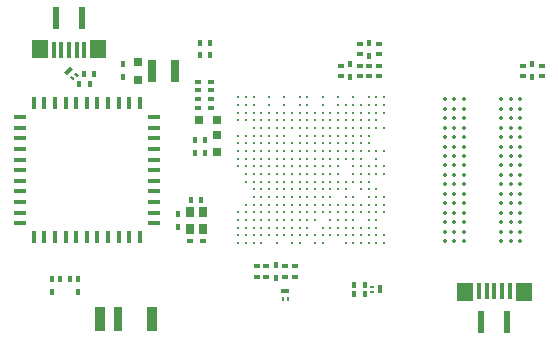
<source format=gbr>
G04 #@! TF.GenerationSoftware,KiCad,Pcbnew,5.0.2-bee76a0~70~ubuntu18.04.1*
G04 #@! TF.CreationDate,2019-05-16T13:37:02+08:00*
G04 #@! TF.ProjectId,require,72657175-6972-4652-9e6b-696361645f70,rev?*
G04 #@! TF.SameCoordinates,Original*
G04 #@! TF.FileFunction,Paste,Top*
G04 #@! TF.FilePolarity,Positive*
%FSLAX46Y46*%
G04 Gerber Fmt 4.6, Leading zero omitted, Abs format (unit mm)*
G04 Created by KiCad (PCBNEW 5.0.2-bee76a0~70~ubuntu18.04.1) date 2019年05月16日 星期四 13时37分02秒*
%MOMM*%
%LPD*%
G01*
G04 APERTURE LIST*
%ADD10R,0.625000X1.850000*%
%ADD11R,1.375000X1.500000*%
%ADD12R,0.400000X1.330000*%
%ADD13R,0.950000X2.150000*%
%ADD14R,0.750000X2.150000*%
%ADD15R,0.550000X0.350000*%
%ADD16C,0.350000*%
%ADD17C,0.230000*%
%ADD18R,0.350000X0.550000*%
%ADD19R,0.750000X0.850000*%
%ADD20R,1.075000X0.450000*%
%ADD21R,0.450000X1.075000*%
%ADD22R,0.350000X0.200000*%
%ADD23R,0.350000X0.650000*%
%ADD24R,0.200000X0.350000*%
%ADD25R,0.650000X0.350000*%
%ADD26C,0.200000*%
%ADD27C,0.100000*%
%ADD28R,0.700000X0.750000*%
%ADD29R,0.750000X0.700000*%
%ADD30R,0.450000X0.550000*%
%ADD31R,0.550000X0.450000*%
%ADD32R,0.750000X1.950000*%
G04 APERTURE END LIST*
D10*
G04 #@! TO.C,J800*
X43412500Y-52150000D03*
X45587500Y-52150000D03*
D11*
X42012500Y-54725000D03*
X46987500Y-54725000D03*
D12*
X43200000Y-54810000D03*
X43850000Y-54810000D03*
X44500000Y-54810000D03*
X45150000Y-54810000D03*
X45800000Y-54810000D03*
G04 #@! TD*
D10*
G04 #@! TO.C,J801*
X81587500Y-77850000D03*
X79412500Y-77850000D03*
D11*
X82987500Y-75275000D03*
X78012500Y-75275000D03*
D12*
X81800000Y-75190000D03*
X81150000Y-75190000D03*
X80500000Y-75190000D03*
X79850000Y-75190000D03*
X79200000Y-75190000D03*
G04 #@! TD*
D13*
G04 #@! TO.C,ANT1*
X51500000Y-77640000D03*
D14*
X48600000Y-77640000D03*
D13*
X47100000Y-77640000D03*
G04 #@! TD*
D15*
G04 #@! TO.C,R210*
X69100000Y-55200000D03*
X69100000Y-54300000D03*
G04 #@! TD*
D16*
G04 #@! TO.C,U300*
X76300000Y-59000000D03*
X76300000Y-59800000D03*
X76300000Y-60600000D03*
X76300000Y-61400000D03*
X76300000Y-62200000D03*
X76300000Y-63000000D03*
X76300000Y-63800000D03*
X76300000Y-64600000D03*
X76300000Y-65400000D03*
X76300000Y-66200000D03*
X76300000Y-67000000D03*
X76300000Y-67800000D03*
X76300000Y-68600000D03*
X76300000Y-69400000D03*
X76300000Y-70200000D03*
X76300000Y-71000000D03*
X77100000Y-59000000D03*
X77100000Y-59800000D03*
X77100000Y-60600000D03*
X77100000Y-61400000D03*
X77100000Y-62200000D03*
X77100000Y-63000000D03*
X77100000Y-63800000D03*
X77100000Y-64600000D03*
X77100000Y-65400000D03*
X77100000Y-66200000D03*
X77100000Y-67000000D03*
X77100000Y-67800000D03*
X77100000Y-68600000D03*
X77100000Y-69400000D03*
X77100000Y-70200000D03*
X77100000Y-71000000D03*
X77900000Y-59000000D03*
X77900000Y-59800000D03*
X77900000Y-60600000D03*
X77900000Y-61400000D03*
X77900000Y-62200000D03*
X77900000Y-63000000D03*
X77900000Y-63800000D03*
X77900000Y-64600000D03*
X77900000Y-65400000D03*
X77900000Y-66200000D03*
X77900000Y-67000000D03*
X77900000Y-67800000D03*
X77900000Y-68600000D03*
X77900000Y-69400000D03*
X77900000Y-70200000D03*
X77900000Y-71000000D03*
X81100000Y-59000000D03*
X81100000Y-59800000D03*
X81100000Y-60600000D03*
X81100000Y-61400000D03*
X81100000Y-62200000D03*
X81100000Y-63000000D03*
X81100000Y-63800000D03*
X81100000Y-64600000D03*
X81100000Y-65400000D03*
X81100000Y-66200000D03*
X81100000Y-67000000D03*
X81100000Y-67800000D03*
X81100000Y-68600000D03*
X81100000Y-69400000D03*
X81100000Y-70200000D03*
X81100000Y-71000000D03*
X81900000Y-59000000D03*
X81900000Y-59800000D03*
X81900000Y-60600000D03*
X81900000Y-61400000D03*
X81900000Y-62200000D03*
X81900000Y-63000000D03*
X81900000Y-63800000D03*
X81900000Y-64600000D03*
X81900000Y-65400000D03*
X81900000Y-66200000D03*
X81900000Y-67000000D03*
X81900000Y-67800000D03*
X81900000Y-68600000D03*
X81900000Y-69400000D03*
X81900000Y-70200000D03*
X81900000Y-71000000D03*
X82700000Y-59000000D03*
X82700000Y-59800000D03*
X82700000Y-60600000D03*
X82700000Y-61400000D03*
X82700000Y-62200000D03*
X82700000Y-63000000D03*
X82700000Y-63800000D03*
X82700000Y-64600000D03*
X82700000Y-65400000D03*
X82700000Y-66200000D03*
X82700000Y-67000000D03*
X82700000Y-67800000D03*
X82700000Y-68600000D03*
X82700000Y-69400000D03*
X82700000Y-70200000D03*
X82700000Y-71000000D03*
G04 #@! TD*
D17*
G04 #@! TO.C,U100*
X58825000Y-58825000D03*
X58825000Y-59475000D03*
X58825000Y-60125000D03*
X58825000Y-60775000D03*
X58825000Y-62075000D03*
X58825000Y-62725000D03*
X58825000Y-63375000D03*
X58825000Y-64025000D03*
X58825000Y-64675000D03*
X58825000Y-68575000D03*
X58825000Y-69225000D03*
X58825000Y-69875000D03*
X58825000Y-70525000D03*
X58825000Y-71175000D03*
X59475000Y-58825000D03*
X59475000Y-59475000D03*
X59475000Y-60125000D03*
X59475000Y-60775000D03*
X59475000Y-62075000D03*
X59475000Y-62725000D03*
X59475000Y-63375000D03*
X59475000Y-64025000D03*
X59475000Y-64675000D03*
X59475000Y-65325000D03*
X59475000Y-65975000D03*
X59475000Y-67925000D03*
X59475000Y-68575000D03*
X59475000Y-69225000D03*
X59475000Y-69875000D03*
X59475000Y-70525000D03*
X59475000Y-71175000D03*
X60125000Y-58825000D03*
X60125000Y-59475000D03*
X60125000Y-60125000D03*
X60125000Y-60775000D03*
X60125000Y-61425000D03*
X60125000Y-62075000D03*
X60125000Y-62725000D03*
X60125000Y-63375000D03*
X60125000Y-64025000D03*
X60125000Y-64675000D03*
X60125000Y-65325000D03*
X60125000Y-65975000D03*
X60125000Y-66625000D03*
X60125000Y-67275000D03*
X60125000Y-67925000D03*
X60125000Y-68575000D03*
X60125000Y-69225000D03*
X60125000Y-69875000D03*
X60125000Y-70525000D03*
X60125000Y-71175000D03*
X60775000Y-60125000D03*
X60775000Y-60775000D03*
X60775000Y-61425000D03*
X60775000Y-62075000D03*
X60775000Y-62725000D03*
X60775000Y-63375000D03*
X60775000Y-64025000D03*
X60775000Y-64675000D03*
X60775000Y-65325000D03*
X60775000Y-65975000D03*
X60775000Y-66625000D03*
X60775000Y-67275000D03*
X60775000Y-67925000D03*
X60775000Y-68575000D03*
X60775000Y-69225000D03*
X60775000Y-69875000D03*
X60775000Y-70525000D03*
X60775000Y-71175000D03*
X61425000Y-58825000D03*
X61425000Y-59475000D03*
X61425000Y-60125000D03*
X61425000Y-60775000D03*
X61425000Y-61425000D03*
X61425000Y-62075000D03*
X61425000Y-62725000D03*
X61425000Y-63375000D03*
X61425000Y-64025000D03*
X61425000Y-64675000D03*
X61425000Y-65325000D03*
X61425000Y-65975000D03*
X61425000Y-66625000D03*
X61425000Y-67275000D03*
X61425000Y-67925000D03*
X61425000Y-68575000D03*
X61425000Y-69225000D03*
X61425000Y-69875000D03*
X61425000Y-70525000D03*
X62075000Y-60125000D03*
X62075000Y-60775000D03*
X62075000Y-61425000D03*
X62075000Y-62075000D03*
X62075000Y-62725000D03*
X62075000Y-63375000D03*
X62075000Y-64025000D03*
X62075000Y-64675000D03*
X62075000Y-65325000D03*
X62075000Y-65975000D03*
X62075000Y-66625000D03*
X62075000Y-67275000D03*
X62075000Y-67925000D03*
X62075000Y-68575000D03*
X62075000Y-69225000D03*
X62075000Y-69875000D03*
X62075000Y-70525000D03*
X62075000Y-71175000D03*
X62725000Y-58825000D03*
X62725000Y-59475000D03*
X62725000Y-60125000D03*
X62725000Y-60775000D03*
X62725000Y-61425000D03*
X62725000Y-62075000D03*
X62725000Y-62725000D03*
X62725000Y-63375000D03*
X62725000Y-64025000D03*
X62725000Y-64675000D03*
X62725000Y-65325000D03*
X62725000Y-65975000D03*
X62725000Y-66625000D03*
X62725000Y-67275000D03*
X62725000Y-67925000D03*
X62725000Y-68575000D03*
X62725000Y-69225000D03*
X62725000Y-69875000D03*
X62725000Y-70525000D03*
X63375000Y-60125000D03*
X63375000Y-60775000D03*
X63375000Y-61425000D03*
X63375000Y-62725000D03*
X63375000Y-63375000D03*
X63375000Y-64025000D03*
X63375000Y-64675000D03*
X63375000Y-65325000D03*
X63375000Y-65975000D03*
X63375000Y-66625000D03*
X63375000Y-67275000D03*
X63375000Y-67925000D03*
X63375000Y-68575000D03*
X63375000Y-69225000D03*
X63375000Y-69875000D03*
X63375000Y-70525000D03*
X63375000Y-71175000D03*
X64025000Y-58825000D03*
X64025000Y-59475000D03*
X64025000Y-60125000D03*
X64025000Y-60775000D03*
X64025000Y-61425000D03*
X64025000Y-62075000D03*
X64025000Y-62725000D03*
X64025000Y-63375000D03*
X64025000Y-64025000D03*
X64025000Y-64675000D03*
X64025000Y-65325000D03*
X64025000Y-65975000D03*
X64025000Y-66625000D03*
X64025000Y-67275000D03*
X64025000Y-67925000D03*
X64025000Y-68575000D03*
X64025000Y-69225000D03*
X64025000Y-69875000D03*
X64025000Y-70525000D03*
X64025000Y-71175000D03*
X64675000Y-58825000D03*
X64675000Y-59475000D03*
X64675000Y-60125000D03*
X64675000Y-60775000D03*
X64675000Y-61425000D03*
X64675000Y-62075000D03*
X64675000Y-62725000D03*
X64675000Y-63375000D03*
X64675000Y-64025000D03*
X64675000Y-64675000D03*
X64675000Y-65325000D03*
X64675000Y-65975000D03*
X64675000Y-66625000D03*
X64675000Y-67275000D03*
X64675000Y-67925000D03*
X64675000Y-68575000D03*
X64675000Y-69225000D03*
X64675000Y-69875000D03*
X64675000Y-70525000D03*
X65325000Y-60125000D03*
X65325000Y-60775000D03*
X65325000Y-61425000D03*
X65325000Y-62075000D03*
X65325000Y-62725000D03*
X65325000Y-63375000D03*
X65325000Y-64025000D03*
X65325000Y-64675000D03*
X65325000Y-65325000D03*
X65325000Y-65975000D03*
X65325000Y-66625000D03*
X65325000Y-67275000D03*
X65325000Y-67925000D03*
X65325000Y-68575000D03*
X65325000Y-69225000D03*
X65325000Y-70525000D03*
X65325000Y-71175000D03*
X65975000Y-58825000D03*
X65975000Y-59475000D03*
X65975000Y-60125000D03*
X65975000Y-60775000D03*
X65975000Y-61425000D03*
X65975000Y-62075000D03*
X65975000Y-62725000D03*
X65975000Y-63375000D03*
X65975000Y-64025000D03*
X65975000Y-64675000D03*
X65975000Y-65325000D03*
X65975000Y-65975000D03*
X65975000Y-66625000D03*
X65975000Y-67275000D03*
X65975000Y-67925000D03*
X65975000Y-68575000D03*
X65975000Y-69875000D03*
X65975000Y-70525000D03*
X65975000Y-71175000D03*
X66625000Y-60125000D03*
X66625000Y-60775000D03*
X66625000Y-61425000D03*
X66625000Y-62075000D03*
X66625000Y-62725000D03*
X66625000Y-63375000D03*
X66625000Y-64025000D03*
X66625000Y-64675000D03*
X66625000Y-65325000D03*
X66625000Y-65975000D03*
X66625000Y-66625000D03*
X66625000Y-67275000D03*
X66625000Y-67925000D03*
X66625000Y-68575000D03*
X66625000Y-69225000D03*
X66625000Y-69875000D03*
X66625000Y-70525000D03*
X67275000Y-58825000D03*
X67275000Y-59475000D03*
X67275000Y-60125000D03*
X67275000Y-60775000D03*
X67275000Y-61425000D03*
X67275000Y-62075000D03*
X67275000Y-62725000D03*
X67275000Y-63375000D03*
X67275000Y-64025000D03*
X67275000Y-64675000D03*
X67275000Y-65325000D03*
X67275000Y-65975000D03*
X67275000Y-66625000D03*
X67275000Y-67925000D03*
X67275000Y-68575000D03*
X67275000Y-69225000D03*
X67275000Y-69875000D03*
X67275000Y-70525000D03*
X67925000Y-59475000D03*
X67925000Y-60125000D03*
X67925000Y-60775000D03*
X67925000Y-61425000D03*
X67925000Y-62075000D03*
X67925000Y-62725000D03*
X67925000Y-63375000D03*
X67925000Y-64025000D03*
X67925000Y-65975000D03*
X67925000Y-66625000D03*
X67925000Y-67275000D03*
X67925000Y-67925000D03*
X67925000Y-68575000D03*
X67925000Y-69225000D03*
X67925000Y-69875000D03*
X67925000Y-70525000D03*
X67925000Y-71175000D03*
X68575000Y-58825000D03*
X68575000Y-59475000D03*
X68575000Y-60125000D03*
X68575000Y-60775000D03*
X68575000Y-61425000D03*
X68575000Y-62075000D03*
X68575000Y-62725000D03*
X68575000Y-63375000D03*
X68575000Y-64025000D03*
X68575000Y-64675000D03*
X68575000Y-65325000D03*
X68575000Y-65975000D03*
X68575000Y-67275000D03*
X68575000Y-67925000D03*
X68575000Y-68575000D03*
X68575000Y-69225000D03*
X68575000Y-69875000D03*
X68575000Y-70525000D03*
X68575000Y-71175000D03*
X69225000Y-59475000D03*
X69225000Y-60125000D03*
X69225000Y-60775000D03*
X69225000Y-61425000D03*
X69225000Y-62075000D03*
X69225000Y-62725000D03*
X69225000Y-63375000D03*
X69225000Y-64025000D03*
X69225000Y-64675000D03*
X69225000Y-65325000D03*
X69225000Y-65975000D03*
X69225000Y-66625000D03*
X69225000Y-67925000D03*
X69225000Y-68575000D03*
X69225000Y-69875000D03*
X69225000Y-70525000D03*
X69225000Y-71175000D03*
X69875000Y-58825000D03*
X69875000Y-59475000D03*
X69875000Y-60125000D03*
X69875000Y-60775000D03*
X69875000Y-61425000D03*
X69875000Y-62075000D03*
X69875000Y-62725000D03*
X69875000Y-63375000D03*
X69875000Y-64675000D03*
X69875000Y-65325000D03*
X69875000Y-65975000D03*
X69875000Y-66625000D03*
X69875000Y-67275000D03*
X69875000Y-67925000D03*
X69875000Y-68575000D03*
X69875000Y-69225000D03*
X69875000Y-69875000D03*
X69875000Y-70525000D03*
X69875000Y-71175000D03*
X70525000Y-58825000D03*
X70525000Y-59475000D03*
X70525000Y-60125000D03*
X70525000Y-60775000D03*
X70525000Y-61425000D03*
X70525000Y-63375000D03*
X70525000Y-64025000D03*
X70525000Y-64675000D03*
X70525000Y-65325000D03*
X70525000Y-66625000D03*
X70525000Y-67275000D03*
X70525000Y-67925000D03*
X70525000Y-68575000D03*
X70525000Y-69225000D03*
X70525000Y-69875000D03*
X70525000Y-70525000D03*
X70525000Y-71175000D03*
X71175000Y-58825000D03*
X71175000Y-59475000D03*
X71175000Y-60125000D03*
X71175000Y-61425000D03*
X71175000Y-63375000D03*
X71175000Y-64675000D03*
X71175000Y-65325000D03*
X71175000Y-67275000D03*
X71175000Y-67925000D03*
X71175000Y-68575000D03*
X71175000Y-70525000D03*
X71175000Y-71175000D03*
G04 #@! TD*
D18*
G04 #@! TO.C,L500*
X43700000Y-74200000D03*
X44600000Y-74200000D03*
G04 #@! TD*
D19*
G04 #@! TO.C,Y100*
X55800000Y-68550000D03*
X55800000Y-69950000D03*
X54700000Y-69950000D03*
X54700000Y-68550000D03*
G04 #@! TD*
D20*
G04 #@! TO.C,U500*
X40312500Y-69500000D03*
X40312500Y-68600000D03*
X40312500Y-67700000D03*
X40312500Y-66800000D03*
X40312500Y-65900000D03*
X40312500Y-65000000D03*
X40312500Y-64100000D03*
X40312500Y-63200000D03*
X40312500Y-62300000D03*
X40312500Y-61400000D03*
X40312500Y-60500000D03*
D21*
X41500000Y-59312500D03*
X42400000Y-59312500D03*
X43300000Y-59312500D03*
X44200000Y-59312500D03*
X45100000Y-59312500D03*
X46000000Y-59312500D03*
X46900000Y-59312500D03*
X47800000Y-59312500D03*
X48700000Y-59312500D03*
X49600000Y-59312500D03*
X50500000Y-59312500D03*
D20*
X51687500Y-60500000D03*
X51687500Y-61400000D03*
X51687500Y-62300000D03*
X51687500Y-63200000D03*
X51687500Y-64100000D03*
X51687500Y-65000000D03*
X51687500Y-65900000D03*
X51687500Y-66800000D03*
X51687500Y-67700000D03*
X51687500Y-68600000D03*
X51687500Y-69500000D03*
D21*
X50500000Y-70687500D03*
X49600000Y-70687500D03*
X48700000Y-70687500D03*
X47800000Y-70687500D03*
X46900000Y-70687500D03*
X46000000Y-70687500D03*
X45100000Y-70687500D03*
X44200000Y-70687500D03*
X43300000Y-70687500D03*
X42400000Y-70687500D03*
X41500000Y-70687500D03*
G04 #@! TD*
D22*
G04 #@! TO.C,D810*
X70150000Y-74875000D03*
X70150000Y-75325000D03*
D23*
X70850000Y-75100000D03*
G04 #@! TD*
D24*
G04 #@! TO.C,D820*
X62575000Y-75950000D03*
X63025000Y-75950000D03*
D25*
X62800000Y-75250000D03*
G04 #@! TD*
D26*
G04 #@! TO.C,D800*
X44788388Y-57206586D03*
D27*
G36*
X44982842Y-57259619D02*
X44841421Y-57401040D01*
X44593934Y-57153553D01*
X44735355Y-57012132D01*
X44982842Y-57259619D01*
X44982842Y-57259619D01*
G37*
D26*
X45106586Y-56888388D03*
D27*
G36*
X45301040Y-56941421D02*
X45159619Y-57082842D01*
X44912132Y-56835355D01*
X45053553Y-56693934D01*
X45301040Y-56941421D01*
X45301040Y-56941421D01*
G37*
D16*
X44452513Y-56552513D03*
D27*
G36*
X44806066Y-56446447D02*
X44346447Y-56906066D01*
X44098960Y-56658579D01*
X44558579Y-56198960D01*
X44806066Y-56446447D01*
X44806066Y-56446447D01*
G37*
G04 #@! TD*
D28*
G04 #@! TO.C,C540*
X50300000Y-57350000D03*
X50300000Y-55850000D03*
G04 #@! TD*
G04 #@! TO.C,C400*
X57000000Y-63500000D03*
X57000000Y-62000000D03*
G04 #@! TD*
D29*
G04 #@! TO.C,C410*
X55500000Y-60750000D03*
X57000000Y-60750000D03*
G04 #@! TD*
D30*
G04 #@! TO.C,C500*
X45250000Y-75300000D03*
X45250000Y-74200000D03*
G04 #@! TD*
G04 #@! TO.C,C501*
X43050000Y-75300000D03*
X43050000Y-74200000D03*
G04 #@! TD*
G04 #@! TO.C,C232*
X83700000Y-56050000D03*
X83700000Y-57150000D03*
G04 #@! TD*
G04 #@! TO.C,C202*
X68300000Y-56050000D03*
X68300000Y-57150000D03*
G04 #@! TD*
G04 #@! TO.C,C210*
X69900000Y-54200000D03*
X69900000Y-55300000D03*
G04 #@! TD*
G04 #@! TO.C,C222*
X62000000Y-74150000D03*
X62000000Y-73050000D03*
G04 #@! TD*
D31*
G04 #@! TO.C,C101*
X54700000Y-71000000D03*
X55800000Y-71000000D03*
G04 #@! TD*
D30*
G04 #@! TO.C,C100*
X53750000Y-69800000D03*
X53750000Y-68700000D03*
G04 #@! TD*
D31*
G04 #@! TO.C,C420*
X55450000Y-57500000D03*
X56550000Y-57500000D03*
G04 #@! TD*
D30*
G04 #@! TO.C,C402*
X55200000Y-62450000D03*
X55200000Y-63550000D03*
G04 #@! TD*
G04 #@! TO.C,C401*
X56000000Y-62450000D03*
X56000000Y-63550000D03*
G04 #@! TD*
D31*
G04 #@! TO.C,C411*
X56550000Y-59750000D03*
X55450000Y-59750000D03*
G04 #@! TD*
G04 #@! TO.C,C406*
X56550000Y-59000000D03*
X55450000Y-59000000D03*
G04 #@! TD*
D15*
G04 #@! TO.C,R232*
X84500000Y-57050000D03*
X84500000Y-56150000D03*
G04 #@! TD*
G04 #@! TO.C,R233*
X82900000Y-57050000D03*
X82900000Y-56150000D03*
G04 #@! TD*
G04 #@! TO.C,R202*
X69100000Y-57050000D03*
X69100000Y-56150000D03*
G04 #@! TD*
G04 #@! TO.C,R203*
X67500000Y-57050000D03*
X67500000Y-56150000D03*
G04 #@! TD*
G04 #@! TO.C,R211*
X70700000Y-55200000D03*
X70700000Y-54300000D03*
G04 #@! TD*
G04 #@! TO.C,R212*
X69900000Y-56150000D03*
X69900000Y-57050000D03*
G04 #@! TD*
G04 #@! TO.C,R213*
X70700000Y-57050000D03*
X70700000Y-56150000D03*
G04 #@! TD*
D18*
G04 #@! TO.C,R100*
X54800000Y-67500000D03*
X55700000Y-67500000D03*
G04 #@! TD*
G04 #@! TO.C,R811*
X69550000Y-74700000D03*
X68650000Y-74700000D03*
G04 #@! TD*
G04 #@! TO.C,R810*
X69550000Y-75500000D03*
X68650000Y-75500000D03*
G04 #@! TD*
G04 #@! TO.C,R800*
X45750000Y-56900000D03*
X46650000Y-56900000D03*
G04 #@! TD*
G04 #@! TO.C,R801*
X45350000Y-57700000D03*
X46250000Y-57700000D03*
G04 #@! TD*
D15*
G04 #@! TO.C,R222*
X61200000Y-73150000D03*
X61200000Y-74050000D03*
G04 #@! TD*
G04 #@! TO.C,R223*
X62800000Y-73150000D03*
X62800000Y-74050000D03*
G04 #@! TD*
D32*
G04 #@! TO.C,L540*
X53500000Y-56600000D03*
X51500000Y-56600000D03*
G04 #@! TD*
D31*
G04 #@! TO.C,C405*
X55450000Y-58250000D03*
X56550000Y-58250000D03*
G04 #@! TD*
D30*
G04 #@! TO.C,C530*
X49100000Y-57150000D03*
X49100000Y-56050000D03*
G04 #@! TD*
D15*
G04 #@! TO.C,R820*
X60400000Y-74050000D03*
X60400000Y-73150000D03*
G04 #@! TD*
G04 #@! TO.C,R821*
X63600000Y-73150000D03*
X63600000Y-74050000D03*
G04 #@! TD*
D18*
G04 #@! TO.C,R840*
X56450000Y-54250000D03*
X55550000Y-54250000D03*
G04 #@! TD*
G04 #@! TO.C,R841*
X55550000Y-55250000D03*
X56450000Y-55250000D03*
G04 #@! TD*
M02*

</source>
